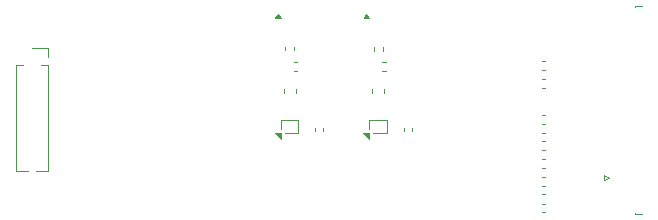
<source format=gbr>
%TF.GenerationSoftware,KiCad,Pcbnew,9.0.1+1*%
%TF.CreationDate,2025-05-28T20:00:14+08:00*%
%TF.ProjectId,audio_lab,61756469-6f5f-46c6-9162-2e6b69636164,rev?*%
%TF.SameCoordinates,Original*%
%TF.FileFunction,Legend,Top*%
%TF.FilePolarity,Positive*%
%FSLAX46Y46*%
G04 Gerber Fmt 4.6, Leading zero omitted, Abs format (unit mm)*
G04 Created by KiCad (PCBNEW 9.0.1+1) date 2025-05-28 20:00:14*
%MOMM*%
%LPD*%
G01*
G04 APERTURE LIST*
%ADD10C,0.120000*%
G04 APERTURE END LIST*
D10*
%TO.C,R1*%
X96053641Y-53120000D02*
X95746359Y-53120000D01*
X96053641Y-53880000D02*
X95746359Y-53880000D01*
%TO.C,C4*%
X95997836Y-59140000D02*
X95782164Y-59140000D01*
X95997836Y-59860000D02*
X95782164Y-59860000D01*
%TO.C,R6*%
X74020000Y-50356359D02*
X74020000Y-50663641D01*
X74780000Y-50356359D02*
X74780000Y-50663641D01*
%TO.C,C3*%
X95997836Y-60640000D02*
X95782164Y-60640000D01*
X95997836Y-61360000D02*
X95782164Y-61360000D01*
%TO.C,C9*%
X84050000Y-57487836D02*
X84050000Y-57272164D01*
X84770000Y-57487836D02*
X84770000Y-57272164D01*
%TO.C,RV2*%
X82256359Y-51640000D02*
X82563641Y-51640000D01*
X82256359Y-52400000D02*
X82563641Y-52400000D01*
%TO.C,C10*%
X73890000Y-53959420D02*
X73890000Y-54240580D01*
X74910000Y-53959420D02*
X74910000Y-54240580D01*
%TO.C,U3*%
X73650000Y-56550000D02*
X73650000Y-57330000D01*
X73650000Y-56550000D02*
X75150000Y-56550000D01*
X75150000Y-56550000D02*
X75150000Y-57650000D01*
X75150000Y-57650000D02*
X73970000Y-57650000D01*
X73650000Y-58150000D02*
X73150000Y-57650000D01*
X73650000Y-57650000D01*
X73650000Y-58150000D01*
G36*
X73650000Y-58150000D02*
G01*
X73150000Y-57650000D01*
X73650000Y-57650000D01*
X73650000Y-58150000D01*
G37*
%TO.C,C2*%
X95997836Y-62140000D02*
X95782164Y-62140000D01*
X95997836Y-62860000D02*
X95782164Y-62860000D01*
%TO.C,J4*%
X81140000Y-47930000D02*
X80660000Y-47930000D01*
X80900000Y-47600000D01*
X81140000Y-47930000D01*
G36*
X81140000Y-47930000D02*
G01*
X80660000Y-47930000D01*
X80900000Y-47600000D01*
X81140000Y-47930000D01*
G37*
%TO.C,C6*%
X95997836Y-57640000D02*
X95782164Y-57640000D01*
X95997836Y-58360000D02*
X95782164Y-58360000D01*
%TO.C,C8*%
X76550000Y-57487836D02*
X76550000Y-57272164D01*
X77270000Y-57487836D02*
X77270000Y-57272164D01*
%TO.C,C7*%
X95782164Y-56140000D02*
X95997836Y-56140000D01*
X95782164Y-56860000D02*
X95997836Y-56860000D01*
%TO.C,C11*%
X81390000Y-53959420D02*
X81390000Y-54240580D01*
X82410000Y-53959420D02*
X82410000Y-54240580D01*
%TO.C,J1*%
X101050000Y-61250000D02*
X101050000Y-61650000D01*
X101050000Y-61650000D02*
X101450000Y-61450000D01*
X101450000Y-61450000D02*
X101050000Y-61250000D01*
X103640000Y-46875000D02*
X104240000Y-46875000D01*
X103640000Y-46985000D02*
X103640000Y-46875000D01*
X103640000Y-64415000D02*
X103640000Y-64525000D01*
X103640000Y-64525000D02*
X104240000Y-64525000D01*
%TO.C,RV1*%
X74756359Y-51640000D02*
X75063641Y-51640000D01*
X74756359Y-52400000D02*
X75063641Y-52400000D01*
%TO.C,C1*%
X95997836Y-63640000D02*
X95782164Y-63640000D01*
X95997836Y-64360000D02*
X95782164Y-64360000D01*
%TO.C,C5*%
X95997836Y-51590000D02*
X95782164Y-51590000D01*
X95997836Y-52310000D02*
X95782164Y-52310000D01*
%TO.C,J2*%
X51270000Y-51890000D02*
X51270000Y-60840000D01*
X51270000Y-51890000D02*
X51840000Y-51890000D01*
X51270000Y-60840000D02*
X52292470Y-60840000D01*
X52600000Y-50495000D02*
X53930000Y-50495000D01*
X52907530Y-60840000D02*
X53930000Y-60840000D01*
X53360000Y-51890000D02*
X53930000Y-51890000D01*
X53930000Y-50495000D02*
X53930000Y-51255000D01*
X53930000Y-51890000D02*
X53930000Y-60840000D01*
%TO.C,J3*%
X73640000Y-47930000D02*
X73160000Y-47930000D01*
X73400000Y-47600000D01*
X73640000Y-47930000D01*
G36*
X73640000Y-47930000D02*
G01*
X73160000Y-47930000D01*
X73400000Y-47600000D01*
X73640000Y-47930000D01*
G37*
%TO.C,R7*%
X81520000Y-50376359D02*
X81520000Y-50683641D01*
X82280000Y-50376359D02*
X82280000Y-50683641D01*
%TO.C,U4*%
X81150000Y-56550000D02*
X81150000Y-57330000D01*
X81150000Y-56550000D02*
X82650000Y-56550000D01*
X82650000Y-56550000D02*
X82650000Y-57650000D01*
X82650000Y-57650000D02*
X81470000Y-57650000D01*
X81150000Y-58150000D02*
X80650000Y-57650000D01*
X81150000Y-57650000D01*
X81150000Y-58150000D01*
G36*
X81150000Y-58150000D02*
G01*
X80650000Y-57650000D01*
X81150000Y-57650000D01*
X81150000Y-58150000D01*
G37*
%TD*%
M02*

</source>
